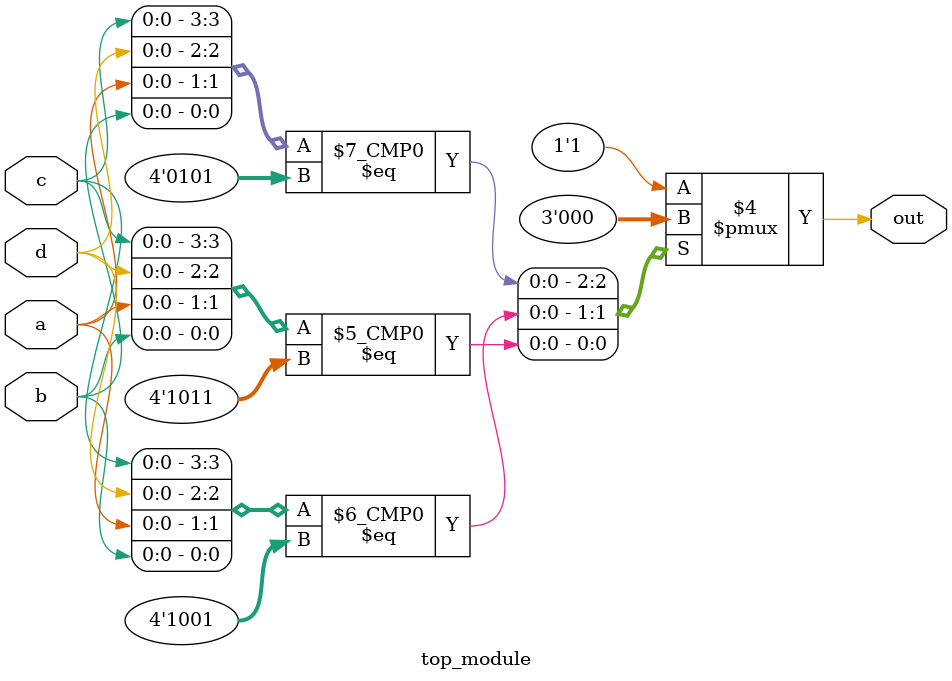
<source format=sv>
module top_module (
	input a, 
	input b,
	input c,
	input d,
	output reg out
);
    always@(a or b or c or d) begin
        case({c, d, a ,b})
            4'b00xx : out = 1;
            4'b0101 : out = 0;
            4'b1001 : out = 0;
            4'b1011 : out = 0;
            4'b1111 : out = 1;
            default : out = 1;
        endcase
    end
endmodule

</source>
